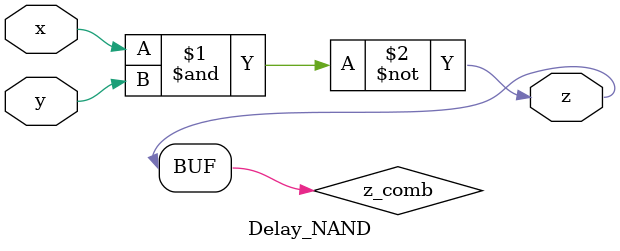
<source format=sv>
`timescale 1ns/1ps

module Divider_8bit (
    input wire clk,
    input wire rst_n,
    input wire start,
    input wire [7:0] dividend,  // 被除数
    input wire [7:0] divisor,   // 除数
    output reg [7:0] quotient,  // 商
    output reg [7:0] remainder, // 余数
    output reg done             // 完成标志
);

    // 状态定义
    localparam IDLE = 2'b00;
    localparam CALC = 2'b01;
    localparam DONE = 2'b10;
    
    reg [1:0] state, next_state;
    reg [7:0] dividend_reg;    // 存储被除数的寄存器
    reg [7:0] divisor_reg;
    reg [7:0] x_curr;
    reg [3:0] iter_count;
    
    // 临时变量用于牛顿迭代
    reg [15:0] mult_result1;   // 将组合逻辑转换为寄存器
    reg [7:0] two_minus_bx;    // 将组合逻辑转换为寄存器
    reg [15:0] mult_result2;   // 将组合逻辑转换为寄存器
    
    // 前向寄存器移动的中间信号
    wire [15:0] mult_result1_comb;
    wire [7:0] two_minus_bx_comb;
    wire [15:0] mult_result2_comb;
    
    // 状态转换逻辑
    always @(posedge clk or negedge rst_n) begin
        if (!rst_n)
            state <= IDLE;
        else
            state <= next_state;
    end
    
    // 状态机逻辑
    always @(*) begin
        case (state)
            IDLE: next_state = start ? CALC : IDLE;
            CALC: next_state = (iter_count == 4'd4) ? DONE : CALC; // 迭代次数调整为4
            DONE: next_state = IDLE;
            default: next_state = IDLE;
        endcase
    end
    
    // 组合逻辑计算
    assign mult_result1_comb = divisor_reg * x_curr;
    assign two_minus_bx_comb = 8'h02 - mult_result1_comb[7:0];
    assign mult_result2_comb = x_curr * two_minus_bx_comb;
    
    // 计算逻辑 - 重新定时，将寄存器向前推移
    always @(posedge clk or negedge rst_n) begin
        if (!rst_n) begin
            divisor_reg <= 8'h0;
            dividend_reg <= 8'h0;
            x_curr <= 8'h0;
            iter_count <= 4'h0;
            mult_result1 <= 16'h0;
            two_minus_bx <= 8'h0;
            mult_result2 <= 16'h0;
            quotient <= 8'h0;
            remainder <= 8'h0;
            done <= 1'b0;
        end else begin
            case (state)
                IDLE: begin
                    if (start) begin
                        divisor_reg <= divisor;
                        dividend_reg <= dividend;
                        // 初始近似值 - 使用简单的初值
                        x_curr <= 8'h01;
                        iter_count <= 4'h0;
                        done <= 1'b0;
                    end
                end
                
                CALC: begin
                    // 存储组合逻辑结果到寄存器，实现前向重定时
                    mult_result1 <= mult_result1_comb;
                    two_minus_bx <= two_minus_bx_comb;
                    mult_result2 <= mult_result2_comb;
                    
                    // 在下一个周期使用已寄存的计算结果
                    x_curr <= mult_result2[7:0];
                    iter_count <= iter_count + 4'h1;
                end
                
                DONE: begin
                    // 计算最终结果
                    quotient <= (dividend_reg * x_curr) >> 8;
                    remainder <= dividend_reg - ((dividend_reg * x_curr) >> 8) * divisor_reg;
                    done <= 1'b1;
                end
            endcase
        end
    end

endmodule

module Delay_NAND(
    input x, y,
    output reg z  // 将输出转换为寄存器
);
    // 应用前向寄存器重定时，将寄存器移至组合逻辑之后
    wire z_comb;
    assign z_comb = ~(x & y);
    
    // 添加寄存器以实现前向重定时
    always @(z_comb) begin
        #1.5 z <= z_comb;  // 减少时延，保持总延迟相似
    end
endmodule
</source>
